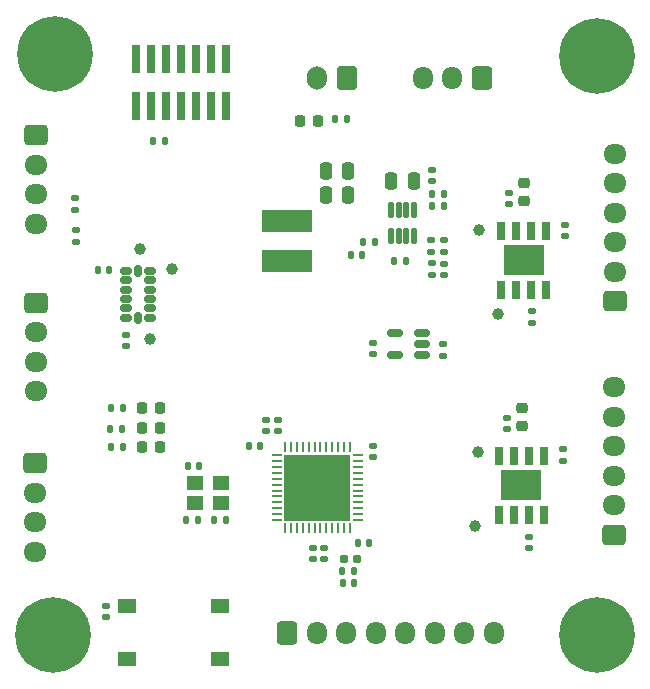
<source format=gbr>
%TF.GenerationSoftware,KiCad,Pcbnew,8.0.5*%
%TF.CreationDate,2024-10-08T13:01:26+02:00*%
%TF.ProjectId,ESE_AL8,4553455f-414c-4382-9e6b-696361645f70,rev?*%
%TF.SameCoordinates,Original*%
%TF.FileFunction,Soldermask,Top*%
%TF.FilePolarity,Negative*%
%FSLAX46Y46*%
G04 Gerber Fmt 4.6, Leading zero omitted, Abs format (unit mm)*
G04 Created by KiCad (PCBNEW 8.0.5) date 2024-10-08 13:01:26*
%MOMM*%
%LPD*%
G01*
G04 APERTURE LIST*
G04 Aperture macros list*
%AMRoundRect*
0 Rectangle with rounded corners*
0 $1 Rounding radius*
0 $2 $3 $4 $5 $6 $7 $8 $9 X,Y pos of 4 corners*
0 Add a 4 corners polygon primitive as box body*
4,1,4,$2,$3,$4,$5,$6,$7,$8,$9,$2,$3,0*
0 Add four circle primitives for the rounded corners*
1,1,$1+$1,$2,$3*
1,1,$1+$1,$4,$5*
1,1,$1+$1,$6,$7*
1,1,$1+$1,$8,$9*
0 Add four rect primitives between the rounded corners*
20,1,$1+$1,$2,$3,$4,$5,0*
20,1,$1+$1,$4,$5,$6,$7,0*
20,1,$1+$1,$6,$7,$8,$9,0*
20,1,$1+$1,$8,$9,$2,$3,0*%
G04 Aperture macros list end*
%ADD10RoundRect,0.218750X-0.218750X-0.256250X0.218750X-0.256250X0.218750X0.256250X-0.218750X0.256250X0*%
%ADD11C,0.800000*%
%ADD12C,6.400000*%
%ADD13R,1.400000X1.200000*%
%ADD14RoundRect,0.125000X-0.125000X0.537500X-0.125000X-0.537500X0.125000X-0.537500X0.125000X0.537500X0*%
%ADD15R,4.191000X1.841500*%
%ADD16R,1.550000X1.300000*%
%ADD17RoundRect,0.140000X-0.140000X-0.170000X0.140000X-0.170000X0.140000X0.170000X-0.140000X0.170000X0*%
%ADD18RoundRect,0.135000X-0.135000X-0.185000X0.135000X-0.185000X0.135000X0.185000X-0.135000X0.185000X0*%
%ADD19RoundRect,0.150000X0.512500X0.150000X-0.512500X0.150000X-0.512500X-0.150000X0.512500X-0.150000X0*%
%ADD20RoundRect,0.140000X0.140000X0.170000X-0.140000X0.170000X-0.140000X-0.170000X0.140000X-0.170000X0*%
%ADD21RoundRect,0.140000X-0.170000X0.140000X-0.170000X-0.140000X0.170000X-0.140000X0.170000X0.140000X0*%
%ADD22RoundRect,0.135000X0.135000X0.185000X-0.135000X0.185000X-0.135000X-0.185000X0.135000X-0.185000X0*%
%ADD23RoundRect,0.135000X-0.185000X0.135000X-0.185000X-0.135000X0.185000X-0.135000X0.185000X0.135000X0*%
%ADD24C,1.000000*%
%ADD25RoundRect,0.140000X0.170000X-0.140000X0.170000X0.140000X-0.170000X0.140000X-0.170000X-0.140000X0*%
%ADD26RoundRect,0.218750X0.218750X0.256250X-0.218750X0.256250X-0.218750X-0.256250X0.218750X-0.256250X0*%
%ADD27RoundRect,0.250000X-0.250000X-0.475000X0.250000X-0.475000X0.250000X0.475000X-0.250000X0.475000X0*%
%ADD28RoundRect,0.250000X0.725000X-0.600000X0.725000X0.600000X-0.725000X0.600000X-0.725000X-0.600000X0*%
%ADD29O,1.950000X1.700000*%
%ADD30RoundRect,0.250000X-0.725000X0.600000X-0.725000X-0.600000X0.725000X-0.600000X0.725000X0.600000X0*%
%ADD31RoundRect,0.150000X-0.325000X-0.150000X0.325000X-0.150000X0.325000X0.150000X-0.325000X0.150000X0*%
%ADD32RoundRect,0.150000X-0.150000X-0.325000X0.150000X-0.325000X0.150000X0.325000X-0.150000X0.325000X0*%
%ADD33RoundRect,0.225000X0.250000X-0.225000X0.250000X0.225000X-0.250000X0.225000X-0.250000X-0.225000X0*%
%ADD34RoundRect,0.250000X0.600000X0.725000X-0.600000X0.725000X-0.600000X-0.725000X0.600000X-0.725000X0*%
%ADD35O,1.700000X1.950000*%
%ADD36R,0.802000X1.505000*%
%ADD37R,3.502000X2.613000*%
%ADD38RoundRect,0.155000X-0.212500X-0.155000X0.212500X-0.155000X0.212500X0.155000X-0.212500X0.155000X0*%
%ADD39RoundRect,0.225000X-0.250000X0.225000X-0.250000X-0.225000X0.250000X-0.225000X0.250000X0.225000X0*%
%ADD40RoundRect,0.250000X0.250000X0.475000X-0.250000X0.475000X-0.250000X-0.475000X0.250000X-0.475000X0*%
%ADD41RoundRect,0.135000X0.185000X-0.135000X0.185000X0.135000X-0.185000X0.135000X-0.185000X-0.135000X0*%
%ADD42RoundRect,0.250000X-0.600000X-0.725000X0.600000X-0.725000X0.600000X0.725000X-0.600000X0.725000X0*%
%ADD43RoundRect,0.250000X0.600000X0.750000X-0.600000X0.750000X-0.600000X-0.750000X0.600000X-0.750000X0*%
%ADD44O,1.700000X2.000000*%
%ADD45R,0.740000X2.400000*%
%ADD46RoundRect,0.062500X-0.375000X-0.062500X0.375000X-0.062500X0.375000X0.062500X-0.375000X0.062500X0*%
%ADD47RoundRect,0.062500X-0.062500X-0.375000X0.062500X-0.375000X0.062500X0.375000X-0.062500X0.375000X0*%
%ADD48R,5.600000X5.600000*%
G04 APERTURE END LIST*
D10*
%TO.C,D3*%
X141470000Y-101480000D03*
X143045000Y-101480000D03*
%TD*%
D11*
%TO.C,H4*%
X131600000Y-119000000D03*
X132302944Y-117302944D03*
X132302944Y-120697056D03*
X134000000Y-116600000D03*
D12*
X134000000Y-119000000D03*
D11*
X134000000Y-121400000D03*
X135697056Y-117302944D03*
X135697056Y-120697056D03*
X136400000Y-119000000D03*
%TD*%
D13*
%TO.C,Y1*%
X148207500Y-106160000D03*
X146007500Y-106160000D03*
X146007500Y-107860000D03*
X148207500Y-107860000D03*
%TD*%
D14*
%TO.C,IC1*%
X164550000Y-83000000D03*
X163900000Y-83000000D03*
X163250000Y-83000000D03*
X162600000Y-83000000D03*
X162600000Y-85275000D03*
X163250000Y-85275000D03*
X163900000Y-85275000D03*
X164550000Y-85275000D03*
%TD*%
D15*
%TO.C,L1*%
X153770000Y-87312750D03*
X153770000Y-83947250D03*
%TD*%
D16*
%TO.C,SW1*%
X140200000Y-116540000D03*
X148150000Y-116540000D03*
X140200000Y-121040000D03*
X148150000Y-121040000D03*
%TD*%
D17*
%TO.C,C12*%
X145390000Y-104740000D03*
X146350000Y-104740000D03*
%TD*%
D18*
%TO.C,R10*%
X147600000Y-109260000D03*
X148620000Y-109260000D03*
%TD*%
D19*
%TO.C,U2*%
X165217500Y-95337500D03*
X165217500Y-94387500D03*
X165217500Y-93437500D03*
X162942500Y-93437500D03*
X162942500Y-95337500D03*
%TD*%
D20*
%TO.C,C14*%
X151500000Y-102977500D03*
X150540000Y-102977500D03*
%TD*%
D10*
%TO.C,D2*%
X141470000Y-99790000D03*
X143045000Y-99790000D03*
%TD*%
D20*
%TO.C,C2*%
X138720000Y-88090000D03*
X137760000Y-88090000D03*
%TD*%
%TO.C,C5*%
X163850000Y-87330000D03*
X162890000Y-87330000D03*
%TD*%
D21*
%TO.C,C15*%
X155960000Y-111660000D03*
X155960000Y-112620000D03*
%TD*%
D22*
%TO.C,R13*%
X139945000Y-103110000D03*
X138925000Y-103110000D03*
%TD*%
D23*
%TO.C,R1*%
X135880000Y-82002500D03*
X135880000Y-83022500D03*
%TD*%
D24*
%TO.C,TP6*%
X170020000Y-84720000D03*
%TD*%
D18*
%TO.C,R4*%
X166100000Y-81640000D03*
X167120000Y-81640000D03*
%TD*%
D11*
%TO.C,H3*%
X177600000Y-119000000D03*
X178302944Y-117302944D03*
X178302944Y-120697056D03*
X180000000Y-116600000D03*
D12*
X180000000Y-119000000D03*
D11*
X180000000Y-121400000D03*
X181697056Y-117302944D03*
X181697056Y-120697056D03*
X182400000Y-119000000D03*
%TD*%
D24*
%TO.C,TP4*%
X169990000Y-103520000D03*
%TD*%
D25*
%TO.C,C21*%
X161070000Y-103980000D03*
X161070000Y-103020000D03*
%TD*%
D22*
%TO.C,R12*%
X139855000Y-101540000D03*
X138835000Y-101540000D03*
%TD*%
D26*
%TO.C,D1*%
X156450000Y-75510000D03*
X154875000Y-75510000D03*
%TD*%
D27*
%TO.C,C9*%
X157087500Y-81787500D03*
X158987500Y-81787500D03*
%TD*%
D17*
%TO.C,C20*%
X142460000Y-77220000D03*
X143420000Y-77220000D03*
%TD*%
D22*
%TO.C,R6*%
X161270000Y-85710000D03*
X160250000Y-85710000D03*
%TD*%
D21*
%TO.C,C7*%
X167090000Y-87570000D03*
X167090000Y-88530000D03*
%TD*%
D28*
%TO.C,J4*%
X181540000Y-90770000D03*
D29*
X181540000Y-88270000D03*
X181540000Y-85770000D03*
X181540000Y-83270000D03*
X181540000Y-80770000D03*
X181540000Y-78270000D03*
%TD*%
D24*
%TO.C,TP7*%
X171660000Y-91880000D03*
%TD*%
D30*
%TO.C,J1*%
X132530000Y-90880000D03*
D29*
X132530000Y-93380000D03*
X132530000Y-95880000D03*
X132530000Y-98380000D03*
%TD*%
D21*
%TO.C,C201*%
X138470000Y-116540000D03*
X138470000Y-117500000D03*
%TD*%
D27*
%TO.C,C8*%
X157087500Y-79737500D03*
X158987500Y-79737500D03*
%TD*%
D28*
%TO.C,J5*%
X181440000Y-110520000D03*
D29*
X181440000Y-108020000D03*
X181440000Y-105520000D03*
X181440000Y-103020000D03*
X181440000Y-100520000D03*
X181440000Y-98020000D03*
%TD*%
D31*
%TO.C,U1*%
X140150000Y-88170000D03*
X140150000Y-88970000D03*
X140150000Y-89770000D03*
X140150000Y-90570000D03*
X140150000Y-91370000D03*
X140150000Y-92170000D03*
D32*
X141150000Y-92170000D03*
D31*
X142150000Y-92170000D03*
X142150000Y-91370000D03*
X142150000Y-90570000D03*
X142150000Y-89770000D03*
X142150000Y-88970000D03*
X142150000Y-88170000D03*
D32*
X141150000Y-88170000D03*
%TD*%
D33*
%TO.C,C28*%
X173680000Y-101320000D03*
X173680000Y-99770000D03*
%TD*%
D34*
%TO.C,SW2*%
X170290000Y-71830000D03*
D35*
X167790000Y-71830000D03*
X165290000Y-71830000D03*
%TD*%
D36*
%TO.C,U4*%
X175517500Y-103822500D03*
X174247500Y-103822500D03*
X172977500Y-103822500D03*
X171707500Y-103822500D03*
X171707500Y-108817500D03*
X172977500Y-108817500D03*
X174247500Y-108817500D03*
X175517500Y-108817500D03*
D37*
X173612500Y-106320000D03*
%TD*%
D20*
%TO.C,C16*%
X146225000Y-109260000D03*
X145265000Y-109260000D03*
%TD*%
D23*
%TO.C,R7*%
X165995000Y-85597500D03*
X165995000Y-86617500D03*
%TD*%
D18*
%TO.C,R3*%
X157830000Y-75290000D03*
X158850000Y-75290000D03*
%TD*%
D38*
%TO.C,L2*%
X158575000Y-112580000D03*
X159710000Y-112580000D03*
%TD*%
D17*
%TO.C,C18*%
X158500000Y-114580000D03*
X159460000Y-114580000D03*
%TD*%
D25*
%TO.C,C29*%
X172400000Y-101610000D03*
X172400000Y-100650000D03*
%TD*%
D24*
%TO.C,TP1*%
X141340000Y-86310000D03*
%TD*%
D39*
%TO.C,C30*%
X173880000Y-80730000D03*
X173880000Y-82280000D03*
%TD*%
D40*
%TO.C,C3*%
X164510000Y-80570000D03*
X162610000Y-80570000D03*
%TD*%
D25*
%TO.C,C11*%
X161100000Y-95220000D03*
X161100000Y-94260000D03*
%TD*%
D21*
%TO.C,C24*%
X174250000Y-110700000D03*
X174250000Y-111660000D03*
%TD*%
%TO.C,C31*%
X172600000Y-81590000D03*
X172600000Y-82550000D03*
%TD*%
D17*
%TO.C,C19*%
X159810000Y-111220000D03*
X160770000Y-111220000D03*
%TD*%
D24*
%TO.C,TP5*%
X169670000Y-109780000D03*
%TD*%
D30*
%TO.C,J8*%
X132500000Y-76710000D03*
D29*
X132500000Y-79210000D03*
X132500000Y-81710000D03*
X132500000Y-84210000D03*
%TD*%
D36*
%TO.C,U5*%
X175730000Y-84775000D03*
X174460000Y-84775000D03*
X173190000Y-84775000D03*
X171920000Y-84775000D03*
X171920000Y-89770000D03*
X173190000Y-89770000D03*
X174460000Y-89770000D03*
X175730000Y-89770000D03*
D37*
X173825000Y-87272500D03*
%TD*%
D25*
%TO.C,C4*%
X166080000Y-80610000D03*
X166080000Y-79650000D03*
%TD*%
%TO.C,C25*%
X177140000Y-104250000D03*
X177140000Y-103290000D03*
%TD*%
D10*
%TO.C,D4*%
X141490000Y-103110000D03*
X143065000Y-103110000D03*
%TD*%
D25*
%TO.C,C27*%
X177330000Y-85250000D03*
X177330000Y-84290000D03*
%TD*%
%TO.C,C13*%
X152020000Y-101737500D03*
X152020000Y-100777500D03*
%TD*%
D41*
%TO.C,R2*%
X135920000Y-84730000D03*
X135920000Y-85750000D03*
%TD*%
D22*
%TO.C,R5*%
X167090000Y-82700000D03*
X166070000Y-82700000D03*
%TD*%
D24*
%TO.C,TP3*%
X142210000Y-93980000D03*
%TD*%
D30*
%TO.C,J2*%
X132490000Y-104490000D03*
D29*
X132490000Y-106990000D03*
X132490000Y-109490000D03*
X132490000Y-111990000D03*
%TD*%
D42*
%TO.C,J3*%
X153810000Y-118890000D03*
D35*
X156310000Y-118890000D03*
X158810000Y-118890000D03*
X161310000Y-118890000D03*
X163810000Y-118890000D03*
X166310000Y-118890000D03*
X168810000Y-118890000D03*
X171310000Y-118890000D03*
%TD*%
D21*
%TO.C,C23*%
X156960000Y-111640000D03*
X156960000Y-112600000D03*
%TD*%
D41*
%TO.C,R8*%
X167065000Y-86630000D03*
X167065000Y-85610000D03*
%TD*%
D11*
%TO.C,H2*%
X177600000Y-70000000D03*
X178302944Y-68302944D03*
X178302944Y-71697056D03*
X180000000Y-67600000D03*
D12*
X180000000Y-70000000D03*
D11*
X180000000Y-72400000D03*
X181697056Y-68302944D03*
X181697056Y-71697056D03*
X182400000Y-70000000D03*
%TD*%
D43*
%TO.C,J6*%
X158860000Y-71840000D03*
D44*
X156360000Y-71840000D03*
%TD*%
D45*
%TO.C,J7*%
X148620000Y-70290000D03*
X148620000Y-74190000D03*
X147350000Y-70290000D03*
X147350000Y-74190000D03*
X146080000Y-70290000D03*
X146080000Y-74190000D03*
X144810000Y-70290000D03*
X144810000Y-74190000D03*
X143540000Y-70290000D03*
X143540000Y-74190000D03*
X142270000Y-70290000D03*
X142270000Y-74190000D03*
X141000000Y-70290000D03*
X141000000Y-74190000D03*
%TD*%
D22*
%TO.C,R11*%
X139925000Y-99810000D03*
X138905000Y-99810000D03*
%TD*%
D21*
%TO.C,C26*%
X174500000Y-91620000D03*
X174500000Y-92580000D03*
%TD*%
%TO.C,C1*%
X140160000Y-93592500D03*
X140160000Y-94552500D03*
%TD*%
D25*
%TO.C,C17*%
X153020000Y-101737500D03*
X153020000Y-100777500D03*
%TD*%
%TO.C,C10*%
X167020000Y-95360000D03*
X167020000Y-94400000D03*
%TD*%
D46*
%TO.C,U3*%
X152932500Y-103790000D03*
X152932500Y-104290000D03*
X152932500Y-104790000D03*
X152932500Y-105290000D03*
X152932500Y-105790000D03*
X152932500Y-106290000D03*
X152932500Y-106790000D03*
X152932500Y-107290000D03*
X152932500Y-107790000D03*
X152932500Y-108290000D03*
X152932500Y-108790000D03*
X152932500Y-109290000D03*
D47*
X153620000Y-109977500D03*
X154120000Y-109977500D03*
X154620000Y-109977500D03*
X155120000Y-109977500D03*
X155620000Y-109977500D03*
X156120000Y-109977500D03*
X156620000Y-109977500D03*
X157120000Y-109977500D03*
X157620000Y-109977500D03*
X158120000Y-109977500D03*
X158620000Y-109977500D03*
X159120000Y-109977500D03*
D46*
X159807500Y-109290000D03*
X159807500Y-108790000D03*
X159807500Y-108290000D03*
X159807500Y-107790000D03*
X159807500Y-107290000D03*
X159807500Y-106790000D03*
X159807500Y-106290000D03*
X159807500Y-105790000D03*
X159807500Y-105290000D03*
X159807500Y-104790000D03*
X159807500Y-104290000D03*
X159807500Y-103790000D03*
D47*
X159120000Y-103102500D03*
X158620000Y-103102500D03*
X158120000Y-103102500D03*
X157620000Y-103102500D03*
X157120000Y-103102500D03*
X156620000Y-103102500D03*
X156120000Y-103102500D03*
X155620000Y-103102500D03*
X155120000Y-103102500D03*
X154620000Y-103102500D03*
X154120000Y-103102500D03*
X153620000Y-103102500D03*
D48*
X156370000Y-106540000D03*
%TD*%
D11*
%TO.C,H1*%
X131740000Y-69840000D03*
X132442944Y-68142944D03*
X132442944Y-71537056D03*
X134140000Y-67440000D03*
D12*
X134140000Y-69840000D03*
D11*
X134140000Y-72240000D03*
X135837056Y-68142944D03*
X135837056Y-71537056D03*
X136540000Y-69840000D03*
%TD*%
D24*
%TO.C,TP2*%
X144040000Y-88040000D03*
%TD*%
D20*
%TO.C,C6*%
X160130000Y-86820000D03*
X159170000Y-86820000D03*
%TD*%
D17*
%TO.C,C22*%
X158480000Y-113580000D03*
X159440000Y-113580000D03*
%TD*%
D23*
%TO.C,R9*%
X166050000Y-87530000D03*
X166050000Y-88550000D03*
%TD*%
M02*

</source>
